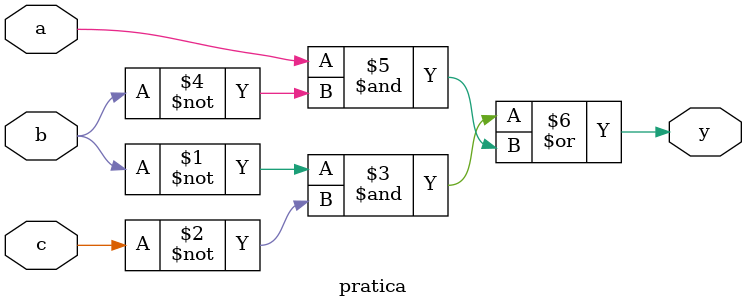
<source format=sv>
module pratica (
    input logic a, b, c,
    output logic y
);

assign y = (~b & ~c) | (a & ~b);

endmodule


</source>
